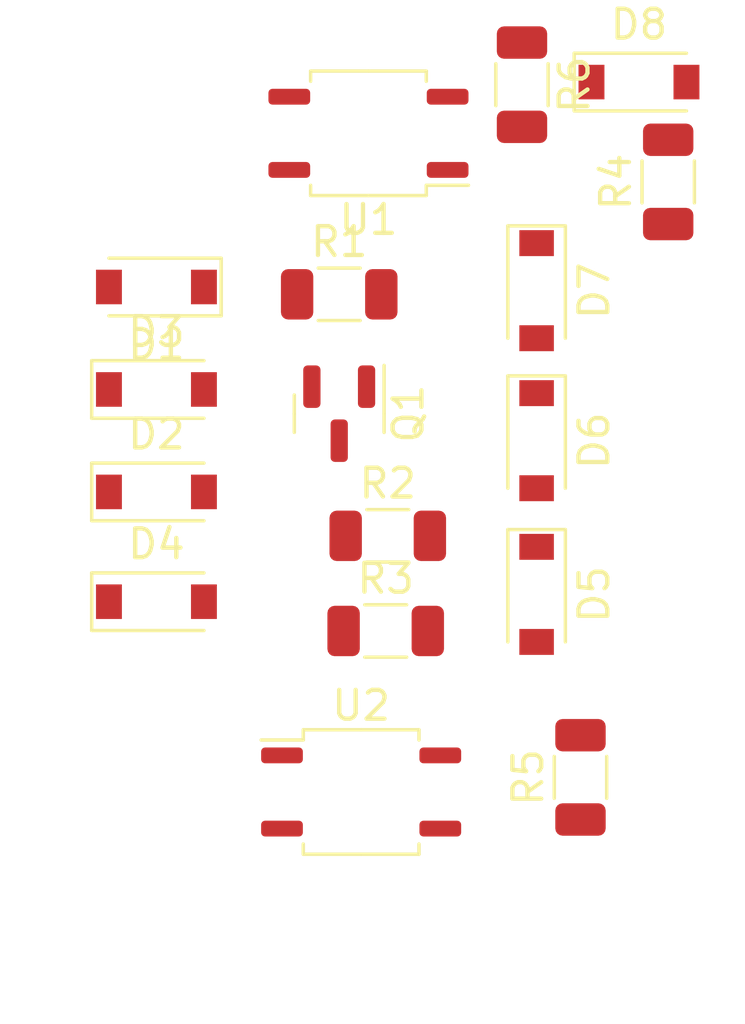
<source format=kicad_pcb>
(kicad_pcb (version 20211014) (generator pcbnew)
  (layers (0 "F.Cu" signal) (31 "B.Cu" signal) (34 "B.Paste" user) (35 "F.Paste" user) (36 "B.SilkS" user "B.Silkscreen") (37 "F.SilkS" user "F.Silkscreen") (38 "B.Mask" user) (39 "F.Mask" user) (44 "Edge.Cuts" user))
  (net 0 "")
  (net 1 "4V7")
  (net 2 "0V")
  (net 3 "15V")
  (net 4 "4V3")
  (net 5 "GNDREF")
  (net 6 "Net-(D8-Pad2)")
  (net 7 "Net-(D1-Pad1)")
  (net 8 "Net-(R2-Pad2)")
  (net 9 "Net-(R4-Pad1)")
  (net 10 "/Out")
  (net 11 "/In")
  (net 12 "+3V3")
  (net 13 "/B1")
  (net 14 "/B2")
  (footprint "resistors smd:R_1206_3216Metric" (layer "F.Cu") (at 113.447 68.072)
    (fp_text reference "R2" (at 0 -1.82) (layer "F.SilkS"))
    (fp_text value "220")
    (fp_line (start -0.727064 -0.91) (end 0.727064 -0.91) (layer "F.SilkS") (width 0.12))
    (fp_line (start -0.727064 0.91) (end 0.727064 0.91) (layer "F.SilkS") (width 0.12))
    (pad "1" smd roundrect locked (at -1.4625 0) (size 1.125 1.75) (layers "F.Cu" "F.Paste" "F.Mask") (roundrect_rratio 0.222222) (net 1 "4V7"))
    (pad "2" smd roundrect locked (at 1.4625 0) (size 1.125 1.75) (layers "F.Cu" "F.Paste" "F.Mask") (roundrect_rratio 0.222222) (net 8 "Net-(R2-Pad2)"))
  )
  (footprint "resistors smd:R_1206_3216Metric" (layer "F.Cu") (at 120.142 76.454 90)
    (fp_text reference "R5" (at 0 -1.82 90) (layer "F.SilkS"))
    (fp_text value "1k5")
    (fp_line (start -0.727064 -0.91) (end 0.727064 -0.91) (layer "F.SilkS") (width 0.12))
    (fp_line (start -0.727064 0.91) (end 0.727064 0.91) (layer "F.SilkS") (width 0.12))
    (pad "1" smd roundrect locked (at -1.4625 0 90) (size 1.125 1.75) (layers "F.Cu" "F.Paste" "F.Mask") (roundrect_rratio 0.222222) (net 11 "/In"))
    (pad "2" smd roundrect locked (at 1.4625 0 90) (size 1.125 1.75) (layers "F.Cu" "F.Paste" "F.Mask") (roundrect_rratio 0.222222) (net 5 "GNDREF"))
  )
  (footprint "so packages:SOP-4_3.8x4.1mm_P2.54mm" (layer "F.Cu") (at 112.776 54.102 180)
    (fp_text reference "U1" (at 0 -3) (layer "F.SilkS"))
    (fp_text value "PC817")
    (fp_line (start 0 -2.16) (end 2.01 -2.16) (layer "F.SilkS") (width 0.12))
    (fp_line (start -2.01 -1.805) (end -3.475 -1.805) (layer "F.SilkS") (width 0.12))
    (fp_line (start -2.01 2.16) (end -2.01 1.805) (layer "F.SilkS") (width 0.12))
    (fp_line (start 2.01 -2.16) (end 2.01 -1.805) (layer "F.SilkS") (width 0.12))
    (fp_line (start -2.01 -2.16) (end -2.01 -1.805) (layer "F.SilkS") (width 0.12))
    (fp_line (start 2.01 2.16) (end 2.01 1.805) (layer "F.SilkS") (width 0.12))
    (fp_line (start 0 2.16) (end -2.01 2.16) (layer "F.SilkS") (width 0.12))
    (fp_line (start 0 -2.16) (end -2.01 -2.16) (layer "F.SilkS") (width 0.12))
    (fp_line (start 0 2.16) (end 2.01 2.16) (layer "F.SilkS") (width 0.12))
    (pad "1" smd roundrect locked (at -2.75 -1.27 180) (size 1.45 0.55) (layers "F.Cu" "F.Paste" "F.Mask") (net 9 "Net-(R4-Pad1)"))
    (pad "2" smd roundrect locked (at -2.75 1.27 180) (size 1.45 0.55) (layers "F.Cu" "F.Paste" "F.Mask") (net 5 "GNDREF"))
    (pad "3" smd roundrect locked (at 2.75 1.27 180) (size 1.45 0.55) (layers "F.Cu" "F.Paste" "F.Mask") (net 4 "4V3"))
    (pad "4" smd roundrect locked (at 2.75 -1.27 180) (size 1.45 0.55) (layers "F.Cu" "F.Paste" "F.Mask") (net 3 "15V"))
  )
  (footprint "diodes smd:D_SOD-123" (layer "F.Cu") (at 105.41 70.358)
    (fp_text reference "D4" (at 0 -2) (layer "F.SilkS"))
    (fp_text value "1N4148W")
    (fp_line (start -2.25 1) (end 1.65 1) (layer "F.SilkS") (width 0.12))
    (fp_line (start -2.25 -1) (end -2.25 1) (layer "F.SilkS") (width 0.12))
    (fp_line (start -2.25 -1) (end 1.65 -1) (layer "F.SilkS") (width 0.12))
    (pad "1" smd rect locked (at -1.65 0) (size 0.9 1.2) (layers "F.Cu" "F.Paste" "F.Mask") (net 14 "/B2"))
    (pad "2" smd rect locked (at 1.65 0) (size 0.9 1.2) (layers "F.Cu" "F.Paste" "F.Mask") (net 2 "0V"))
  )
  (footprint "resistors smd:R_1206_3216Metric" (layer "F.Cu") (at 123.19 55.789 90)
    (fp_text reference "R4" (at 0 -1.82 90) (layer "F.SilkS"))
    (fp_text value "330")
    (fp_line (start -0.727064 -0.91) (end 0.727064 -0.91) (layer "F.SilkS") (width 0.12))
    (fp_line (start -0.727064 0.91) (end 0.727064 0.91) (layer "F.SilkS") (width 0.12))
    (pad "1" smd roundrect locked (at -1.4625 0 90) (size 1.125 1.75) (layers "F.Cu" "F.Paste" "F.Mask") (roundrect_rratio 0.222222) (net 9 "Net-(R4-Pad1)"))
    (pad "2" smd roundrect locked (at 1.4625 0 90) (size 1.125 1.75) (layers "F.Cu" "F.Paste" "F.Mask") (roundrect_rratio 0.222222) (net 10 "/Out"))
  )
  (footprint "diodes smd:D_SOD-123" (layer "F.Cu") (at 105.41 62.992)
    (fp_text reference "D3" (at 0 -2) (layer "F.SilkS"))
    (fp_text value "1N4148W")
    (fp_line (start -2.25 -1) (end -2.25 1) (layer "F.SilkS") (width 0.12))
    (fp_line (start -2.25 1) (end 1.65 1) (layer "F.SilkS") (width 0.12))
    (fp_line (start -2.25 -1) (end 1.65 -1) (layer "F.SilkS") (width 0.12))
    (pad "1" smd rect locked (at -1.65 0) (size 0.9 1.2) (layers "F.Cu" "F.Paste" "F.Mask") (net 13 "/B1"))
    (pad "2" smd rect locked (at 1.65 0) (size 0.9 1.2) (layers "F.Cu" "F.Paste" "F.Mask") (net 2 "0V"))
  )
  (footprint "diodes smd:D_SOD-123" (layer "F.Cu") (at 118.618 64.77 -90)
    (fp_text reference "D6" (at 0 -2 90) (layer "F.SilkS"))
    (fp_text value "15V")
    (fp_line (start -2.25 1) (end 1.65 1) (layer "F.SilkS") (width 0.12))
    (fp_line (start -2.25 -1) (end -2.25 1) (layer "F.SilkS") (width 0.12))
    (fp_line (start -2.25 -1) (end 1.65 -1) (layer "F.SilkS") (width 0.12))
    (pad "1" smd rect locked (at -1.65 0 270) (size 0.9 1.2) (layers "F.Cu" "F.Paste" "F.Mask") (net 3 "15V"))
    (pad "2" smd rect locked (at 1.65 0 270) (size 0.9 1.2) (layers "F.Cu" "F.Paste" "F.Mask") (net 2 "0V"))
  )
  (footprint "resistors smd:R_1206_3216Metric" (layer "F.Cu") (at 111.76 59.69)
    (fp_text reference "R1" (at 0 -1.82) (layer "F.SilkS"))
    (fp_text value "330")
    (fp_line (start -0.727064 -0.91) (end 0.727064 -0.91) (layer "F.SilkS") (width 0.12))
    (fp_line (start -0.727064 0.91) (end 0.727064 0.91) (layer "F.SilkS") (width 0.12))
    (pad "1" smd roundrect locked (at -1.4625 0) (size 1.125 1.75) (layers "F.Cu" "F.Paste" "F.Mask") (roundrect_rratio 0.222222) (net 7 "Net-(D1-Pad1)"))
    (pad "2" smd roundrect locked (at 1.4625 0) (size 1.125 1.75) (layers "F.Cu" "F.Paste" "F.Mask") (roundrect_rratio 0.222222) (net 3 "15V"))
  )
  (footprint "resistors smd:R_1206_3216Metric" (layer "F.Cu") (at 113.375 71.374)
    (fp_text reference "R3" (at 0 -1.82) (layer "F.SilkS"))
    (fp_text value "100")
    (fp_line (start -0.727064 0.91) (end 0.727064 0.91) (layer "F.SilkS") (width 0.12))
    (fp_line (start -0.727064 -0.91) (end 0.727064 -0.91) (layer "F.SilkS") (width 0.12))
    (pad "1" smd roundrect locked (at -1.4625 0) (size 1.125 1.75) (layers "F.Cu" "F.Paste" "F.Mask") (roundrect_rratio 0.222222) (net 8 "Net-(R2-Pad2)"))
    (pad "2" smd roundrect locked (at 1.4625 0) (size 1.125 1.75) (layers "F.Cu" "F.Paste" "F.Mask") (roundrect_rratio 0.222222) (net 2 "0V"))
  )
  (footprint "diodes smd:D_SOD-123" (layer "F.Cu") (at 118.618 70.104 -90)
    (fp_text reference "D5" (at 0 -2 90) (layer "F.SilkS"))
    (fp_text value "4V7")
    (fp_line (start -2.25 -1) (end 1.65 -1) (layer "F.SilkS") (width 0.12))
    (fp_line (start -2.25 1) (end 1.65 1) (layer "F.SilkS") (width 0.12))
    (fp_line (start -2.25 -1) (end -2.25 1) (layer "F.SilkS") (width 0.12))
    (pad "1" smd rect locked (at -1.65 0 270) (size 0.9 1.2) (layers "F.Cu" "F.Paste" "F.Mask") (net 1 "4V7"))
    (pad "2" smd rect locked (at 1.65 0 270) (size 0.9 1.2) (layers "F.Cu" "F.Paste" "F.Mask") (net 2 "0V"))
  )
  (footprint "diodes smd:D_SOD-123" (layer "F.Cu") (at 122.174 52.324)
    (fp_text reference "D8" (at 0 -2) (layer "F.SilkS"))
    (fp_text value "LED")
    (fp_line (start -2.25 1) (end 1.65 1) (layer "F.SilkS") (width 0.12))
    (fp_line (start -2.25 -1) (end 1.65 -1) (layer "F.SilkS") (width 0.12))
    (fp_line (start -2.25 -1) (end -2.25 1) (layer "F.SilkS") (width 0.12))
    (pad "1" smd rect locked (at -1.65 0) (size 0.9 1.2) (layers "F.Cu" "F.Paste" "F.Mask") (net 5 "GNDREF"))
    (pad "2" smd rect locked (at 1.65 0) (size 0.9 1.2) (layers "F.Cu" "F.Paste" "F.Mask") (net 6 "Net-(D8-Pad2)"))
  )
  (footprint "diodes smd:D_SOD-123" (layer "F.Cu") (at 118.618 59.564 -90)
    (fp_text reference "D7" (at 0 -2 90) (layer "F.SilkS"))
    (fp_text value "4V3")
    (fp_line (start -2.25 -1) (end 1.65 -1) (layer "F.SilkS") (width 0.12))
    (fp_line (start -2.25 1) (end 1.65 1) (layer "F.SilkS") (width 0.12))
    (fp_line (start -2.25 -1) (end -2.25 1) (layer "F.SilkS") (width 0.12))
    (pad "1" smd rect locked (at -1.65 0 270) (size 0.9 1.2) (layers "F.Cu" "F.Paste" "F.Mask") (net 4 "4V3"))
    (pad "2" smd rect locked (at 1.65 0 270) (size 0.9 1.2) (layers "F.Cu" "F.Paste" "F.Mask") (net 2 "0V"))
  )
  (footprint "resistors smd:R_1206_3216Metric" (layer "F.Cu") (at 118.11 52.415 -90)
    (fp_text reference "R6" (at 0 -1.82 -90) (layer "F.SilkS"))
    (fp_text value "1k")
    (fp_line (start -0.727064 0.91) (end 0.727064 0.91) (layer "F.SilkS") (width 0.12))
    (fp_line (start -0.727064 -0.91) (end 0.727064 -0.91) (layer "F.SilkS") (width 0.12))
    (pad "1" smd roundrect locked (at -1.4625 0 270) (size 1.125 1.75) (layers "F.Cu" "F.Paste" "F.Mask") (roundrect_rratio 0.222222) (net 6 "Net-(D8-Pad2)"))
    (pad "2" smd roundrect locked (at 1.4625 0 270) (size 1.125 1.75) (layers "F.Cu" "F.Paste" "F.Mask") (roundrect_rratio 0.222222) (net 11 "/In"))
  )
  (footprint "so packages:SOP-4_3.8x4.1mm_P2.54mm" (layer "F.Cu") (at 112.522 76.962)
    (fp_text reference "U2" (at 0 -3) (layer "F.SilkS"))
    (fp_text value "PC817")
    (fp_line (start 0 -2.16) (end 2.01 -2.16) (layer "F.SilkS") (width 0.12))
    (fp_line (start 0 2.16) (end -2.01 2.16) (layer "F.SilkS") (width 0.12))
    (fp_line (start 0 2.16) (end 2.01 2.16) (layer "F.SilkS") (width 0.12))
    (fp_line (start 0 -2.16) (end -2.01 -2.16) (layer "F.SilkS") (width 0.12))
    (fp_line (start 2.01 -2.16) (end 2.01 -1.805) (layer "F.SilkS") (width 0.12))
    (fp_line (start -2.01 -2.16) (end -2.01 -1.805) (layer "F.SilkS") (width 0.12))
    (fp_line (start -2.01 2.16) (end -2.01 1.805) (layer "F.SilkS") (width 0.12))
    (fp_line (start -2.01 -1.805) (end -3.475 -1.805) (layer "F.SilkS") (width 0.12))
    (fp_line (start 2.01 2.16) (end 2.01 1.805) (layer "F.SilkS") (width 0.12))
    (pad "1" smd roundrect locked (at -2.75 -1.27) (size 1.45 0.55) (layers "F.Cu" "F.Paste" "F.Mask") (net 8 "Net-(R2-Pad2)"))
    (pad "2" smd roundrect locked (at -2.75 1.27) (size 1.45 0.55) (layers "F.Cu" "F.Paste" "F.Mask") (net 2 "0V"))
    (pad "3" smd roundrect locked (at 2.75 1.27) (size 1.45 0.55) (layers "F.Cu" "F.Paste" "F.Mask") (net 11 "/In"))
    (pad "4" smd roundrect locked (at 2.75 -1.27) (size 1.45 0.55) (layers "F.Cu" "F.Paste" "F.Mask") (net 12 "+3V3"))
  )
  (footprint "SOT:SOT-23" (layer "F.Cu") (at 111.76 63.8325 -90)
    (fp_text reference "Q1" (at 0 -2.4 90) (layer "F.SilkS"))
    (fp_text value "BC858")
    (fp_line (start 0 -1.56) (end 0.65 -1.56) (layer "F.SilkS") (width 0.12))
    (fp_line (start 0 1.56) (end 0.65 1.56) (layer "F.SilkS") (width 0.12))
    (fp_line (start 0 1.56) (end -0.65 1.56) (layer "F.SilkS") (width 0.12))
    (fp_line (start 0 -1.56) (end -1.675 -1.56) (layer "F.SilkS") (width 0.12))
    (pad "1" smd roundrect locked (at -0.9375 -0.95 270) (size 1.475 0.6) (layers "F.Cu" "F.Paste" "F.Mask") (net 3 "15V"))
    (pad "2" smd roundrect locked (at -0.9375 0.95 270) (size 1.475 0.6) (layers "F.Cu" "F.Paste" "F.Mask") (net 7 "Net-(D1-Pad1)"))
    (pad "3" smd roundrect locked (at 0.9375 0 270) (size 1.475 0.6) (layers "F.Cu" "F.Paste" "F.Mask") (net 1 "4V7"))
  )
  (footprint "diodes smd:D_SOD-123" (layer "F.Cu") (at 105.41 66.548)
    (fp_text reference "D2" (at 0 -2) (layer "F.SilkS"))
    (fp_text value "1N4148W")
    (fp_line (start -2.25 1) (end 1.65 1) (layer "F.SilkS") (width 0.12))
    (fp_line (start -2.25 -1) (end -2.25 1) (layer "F.SilkS") (width 0.12))
    (fp_line (start -2.25 -1) (end 1.65 -1) (layer "F.SilkS") (width 0.12))
    (pad "1" smd rect locked (at -1.65 0) (size 0.9 1.2) (layers "F.Cu" "F.Paste" "F.Mask") (net 7 "Net-(D1-Pad1)"))
    (pad "2" smd rect locked (at 1.65 0) (size 0.9 1.2) (layers "F.Cu" "F.Paste" "F.Mask") (net 14 "/B2"))
  )
  (footprint "diodes smd:D_SOD-123" (layer "F.Cu") (at 105.41 59.436 180)
    (fp_text reference "D1" (at 0 -2) (layer "F.SilkS"))
    (fp_text value "1N4148W")
    (fp_line (start -2.25 -1) (end 1.65 -1) (layer "F.SilkS") (width 0.12))
    (fp_line (start -2.25 1) (end 1.65 1) (layer "F.SilkS") (width 0.12))
    (fp_line (start -2.25 -1) (end -2.25 1) (layer "F.SilkS") (width 0.12))
    (pad "1" smd rect locked (at -1.65 0 180) (size 0.9 1.2) (layers "F.Cu" "F.Paste" "F.Mask") (net 7 "Net-(D1-Pad1)"))
    (pad "2" smd rect locked (at 1.65 0 180) (size 0.9 1.2) (layers "F.Cu" "F.Paste" "F.Mask") (net 13 "/B1"))
  )
)
</source>
